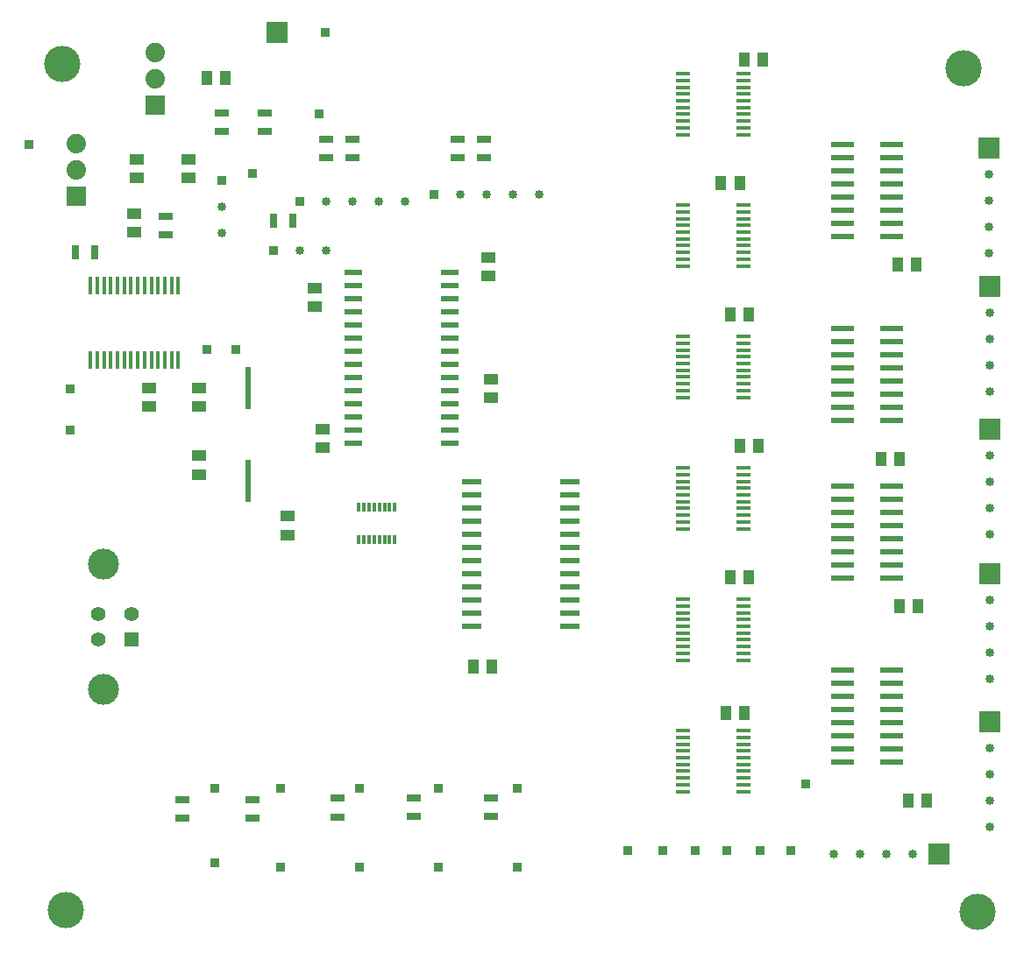
<source format=gbr>
%TF.GenerationSoftware,KiCad,Pcbnew,(6.0.2)*%
%TF.CreationDate,2023-01-31T11:03:36+01:00*%
%TF.ProjectId,schematic,73636865-6d61-4746-9963-2e6b69636164,rev?*%
%TF.SameCoordinates,Original*%
%TF.FileFunction,Soldermask,Top*%
%TF.FilePolarity,Negative*%
%FSLAX46Y46*%
G04 Gerber Fmt 4.6, Leading zero omitted, Abs format (unit mm)*
G04 Created by KiCad (PCBNEW (6.0.2)) date 2023-01-31 11:03:36*
%MOMM*%
%LPD*%
G01*
G04 APERTURE LIST*
%ADD10R,0.850000X0.850000*%
%ADD11R,1.112000X1.447800*%
%ADD12R,2.184400X0.558800*%
%ADD13R,1.320800X0.355600*%
%ADD14O,0.850000X0.850000*%
%ADD15R,0.304800X0.972299*%
%ADD16R,1.397000X0.758800*%
%ADD17R,1.447800X1.112000*%
%ADD18R,2.000000X2.000000*%
%ADD19R,0.450000X1.750000*%
%ADD20R,0.758800X1.397000*%
%ADD21R,1.879600X1.879600*%
%ADD22C,1.879600*%
%ADD23C,3.500000*%
%ADD24R,1.899999X0.599999*%
%ADD25R,1.400000X1.400000*%
%ADD26C,1.400000*%
%ADD27C,3.000000*%
%ADD28R,1.759699X0.558000*%
%ADD29R,0.609600X4.111599*%
G04 APERTURE END LIST*
D10*
%TO.C,SW_1*%
X74340000Y-120220000D03*
%TD*%
D11*
%TO.C,C22*%
X136698900Y-113800000D03*
X134901100Y-113800000D03*
%TD*%
%TO.C,C17*%
X117741100Y-92220000D03*
X119538900Y-92220000D03*
%TD*%
D12*
%TO.C,U14*%
X128574500Y-50435100D03*
X128574500Y-51705100D03*
X128574500Y-52975100D03*
X128574500Y-54245100D03*
X128574500Y-55515100D03*
X128574500Y-56785100D03*
X128574500Y-58055100D03*
X128574500Y-59325100D03*
X133298900Y-59325100D03*
X133298900Y-58055100D03*
X133298900Y-56785100D03*
X133298900Y-55515100D03*
X133298900Y-54245100D03*
X133298900Y-52975100D03*
X133298900Y-51705100D03*
X133298900Y-50435100D03*
%TD*%
D11*
%TO.C,C18*%
X117341100Y-105380000D03*
X119138900Y-105380000D03*
%TD*%
%TO.C,C21*%
X135898900Y-95000000D03*
X134101100Y-95000000D03*
%TD*%
D10*
%TO.C,TP1*%
X50000000Y-50400000D03*
%TD*%
%TO.C,TP1.1*%
X74340000Y-112600000D03*
%TD*%
D13*
%TO.C,U9*%
X113204400Y-56275000D03*
X113204400Y-56925001D03*
X113204400Y-57574999D03*
X113204400Y-58225001D03*
X113204400Y-58874999D03*
X113204400Y-59524998D03*
X113204400Y-60174999D03*
X113204400Y-60824998D03*
X113204400Y-61474999D03*
X113204400Y-62124998D03*
X118995600Y-62125000D03*
X118995600Y-61475002D03*
X118995600Y-60825001D03*
X118995600Y-60175002D03*
X118995600Y-59525001D03*
X118995600Y-58875002D03*
X118995600Y-58225001D03*
X118995600Y-57575002D03*
X118995600Y-56925001D03*
X118995600Y-56275002D03*
%TD*%
D10*
%TO.C,J1*%
X76200000Y-55880000D03*
D14*
X78740000Y-55880000D03*
X81280000Y-55880000D03*
X83820000Y-55880000D03*
X86360000Y-55880000D03*
%TD*%
D15*
%TO.C,U7*%
X81849559Y-88540251D03*
X82349685Y-88540251D03*
X82849811Y-88540251D03*
X83349937Y-88540251D03*
X83850063Y-88540251D03*
X84350189Y-88540251D03*
X84850315Y-88540251D03*
X85350441Y-88540251D03*
X85350441Y-85459749D03*
X84850315Y-85459749D03*
X84350189Y-85459749D03*
X83850063Y-85459749D03*
X83349937Y-85459749D03*
X82849811Y-85459749D03*
X82349685Y-85459749D03*
X81849559Y-85459749D03*
%TD*%
D16*
%TO.C,R1*%
X78740000Y-49899900D03*
X78740000Y-51700100D03*
%TD*%
D13*
%TO.C,U11*%
X113204400Y-81675000D03*
X113204400Y-82325001D03*
X113204400Y-82974999D03*
X113204400Y-83625001D03*
X113204400Y-84274999D03*
X113204400Y-84924998D03*
X113204400Y-85574999D03*
X113204400Y-86224998D03*
X113204400Y-86874999D03*
X113204400Y-87524998D03*
X118995600Y-87525000D03*
X118995600Y-86875002D03*
X118995600Y-86225001D03*
X118995600Y-85575002D03*
X118995600Y-84925001D03*
X118995600Y-84275002D03*
X118995600Y-83625001D03*
X118995600Y-82975002D03*
X118995600Y-82325001D03*
X118995600Y-81675002D03*
%TD*%
D17*
%TO.C,C3*%
X66400000Y-75698900D03*
X66400000Y-73901100D03*
%TD*%
D18*
%TO.C,J11*%
X137880000Y-119000000D03*
D14*
X135340000Y-119000000D03*
X132800000Y-119000000D03*
X130260000Y-119000000D03*
X127720000Y-119000000D03*
%TD*%
D10*
%TO.C,TP6*%
X107800000Y-118600000D03*
%TD*%
%TO.C,TP2*%
X71600000Y-53200000D03*
%TD*%
D19*
%TO.C,U5*%
X64425000Y-64000000D03*
X63775000Y-64000000D03*
X63125000Y-64000000D03*
X62475000Y-64000000D03*
X61825000Y-64000000D03*
X61175000Y-64000000D03*
X60525000Y-64000000D03*
X59875000Y-64000000D03*
X59225000Y-64000000D03*
X58575000Y-64000000D03*
X57925000Y-64000000D03*
X57275000Y-64000000D03*
X56625000Y-64000000D03*
X55975000Y-64000000D03*
X55975000Y-71200000D03*
X56625000Y-71200000D03*
X57275000Y-71200000D03*
X57925000Y-71200000D03*
X58575000Y-71200000D03*
X59225000Y-71200000D03*
X59875000Y-71200000D03*
X60525000Y-71200000D03*
X61175000Y-71200000D03*
X61825000Y-71200000D03*
X62475000Y-71200000D03*
X63125000Y-71200000D03*
X63775000Y-71200000D03*
X64425000Y-71200000D03*
%TD*%
D10*
%TO.C,J5*%
X73660000Y-60600000D03*
D14*
X76200000Y-60600000D03*
X78740000Y-60600000D03*
%TD*%
D20*
%TO.C,R7*%
X73674400Y-57800000D03*
X75474600Y-57800000D03*
%TD*%
D18*
%TO.C,J9*%
X142800000Y-77902500D03*
D14*
X142800000Y-80442500D03*
X142800000Y-82982500D03*
X142800000Y-85522500D03*
X142800000Y-88062500D03*
%TD*%
D16*
%TO.C,R9*%
X91440000Y-51700100D03*
X91440000Y-49899900D03*
%TD*%
D17*
%TO.C,C7*%
X65400000Y-51802200D03*
X65400000Y-53600000D03*
%TD*%
D16*
%TO.C,R8*%
X93980000Y-51700100D03*
X93980000Y-49899900D03*
%TD*%
D11*
%TO.C,C10*%
X92952200Y-100850000D03*
X94750000Y-100850000D03*
%TD*%
D21*
%TO.C,U2*%
X62200000Y-46600000D03*
D22*
X62200000Y-44060000D03*
X62200000Y-41520000D03*
%TD*%
D17*
%TO.C,C12*%
X94600000Y-74898900D03*
X94600000Y-73101100D03*
%TD*%
%TO.C,C13*%
X75000000Y-88122200D03*
X75000000Y-86324400D03*
%TD*%
D12*
%TO.C,U16*%
X128574500Y-83455100D03*
X128574500Y-84725100D03*
X128574500Y-85995100D03*
X128574500Y-87265100D03*
X128574500Y-88535100D03*
X128574500Y-89805100D03*
X128574500Y-91075100D03*
X128574500Y-92345100D03*
X133298900Y-92345100D03*
X133298900Y-91075100D03*
X133298900Y-89805100D03*
X133298900Y-88535100D03*
X133298900Y-87265100D03*
X133298900Y-85995100D03*
X133298900Y-84725100D03*
X133298900Y-83455100D03*
%TD*%
D10*
%TO.C,TP3*%
X78000000Y-47400000D03*
%TD*%
%TO.C,TP9*%
X117400000Y-118600000D03*
%TD*%
D11*
%TO.C,C14*%
X120898900Y-42200000D03*
X119101100Y-42200000D03*
%TD*%
D10*
%TO.C,J15*%
X54000000Y-78000000D03*
%TD*%
D16*
%TO.C,R11*%
X79800000Y-115400200D03*
X79800000Y-113600000D03*
%TD*%
D10*
%TO.C,TP4.1*%
X97200000Y-112600000D03*
%TD*%
%TO.C,J3*%
X68600000Y-53860000D03*
D14*
X68600000Y-56400000D03*
X68600000Y-58940000D03*
%TD*%
D10*
%TO.C,SW_2*%
X81960000Y-120220000D03*
%TD*%
D13*
%TO.C,U10*%
X113204400Y-68975000D03*
X113204400Y-69625001D03*
X113204400Y-70274999D03*
X113204400Y-70925001D03*
X113204400Y-71574999D03*
X113204400Y-72224998D03*
X113204400Y-72874999D03*
X113204400Y-73524998D03*
X113204400Y-74174999D03*
X113204400Y-74824998D03*
X118995600Y-74825000D03*
X118995600Y-74175002D03*
X118995600Y-73525001D03*
X118995600Y-72875002D03*
X118995600Y-72225001D03*
X118995600Y-71575002D03*
X118995600Y-70925001D03*
X118995600Y-70275002D03*
X118995600Y-69625001D03*
X118995600Y-68975002D03*
%TD*%
D10*
%TO.C,SW_3*%
X89580000Y-120220000D03*
%TD*%
D23*
%TO.C,H1*%
X53200000Y-42600000D03*
%TD*%
D10*
%TO.C,TP11*%
X123600000Y-118600000D03*
%TD*%
D17*
%TO.C,C4*%
X66400000Y-80477800D03*
X66400000Y-82275600D03*
%TD*%
D24*
%TO.C,U6*%
X102250001Y-96985000D03*
X102250001Y-95715000D03*
X102250001Y-94445000D03*
X102250001Y-93175000D03*
X102250001Y-91905000D03*
X102250001Y-90635000D03*
X102250001Y-89365000D03*
X102250001Y-88095000D03*
X102250001Y-86825000D03*
X102250001Y-85555000D03*
X102250001Y-84285000D03*
X102250001Y-83015000D03*
X92750002Y-83015000D03*
X92750002Y-84285000D03*
X92750002Y-85555000D03*
X92750002Y-86825000D03*
X92750002Y-88095000D03*
X92750002Y-89365000D03*
X92750002Y-90635000D03*
X92750002Y-91905000D03*
X92750002Y-93175000D03*
X92750002Y-94445000D03*
X92750002Y-95715000D03*
X92750002Y-96985000D03*
%TD*%
D10*
%TO.C,J14*%
X54000000Y-74000000D03*
%TD*%
D18*
%TO.C,J7*%
X142740000Y-50702500D03*
D14*
X142740000Y-53242500D03*
X142740000Y-55782500D03*
X142740000Y-58322500D03*
X142740000Y-60862500D03*
%TD*%
D10*
%TO.C,SW_5*%
X68000000Y-119800000D03*
%TD*%
D17*
%TO.C,C1*%
X60400000Y-51800000D03*
X60400000Y-53597800D03*
%TD*%
D11*
%TO.C,C20*%
X134098900Y-80800000D03*
X132301100Y-80800000D03*
%TD*%
D21*
%TO.C,U1*%
X54600000Y-55400000D03*
D22*
X54600000Y-52860000D03*
X54600000Y-50320000D03*
%TD*%
D20*
%TO.C,R4*%
X56325600Y-60800000D03*
X54525400Y-60800000D03*
%TD*%
D10*
%TO.C,TP2.1*%
X81960000Y-112600000D03*
%TD*%
%TO.C,TP5.1*%
X68000000Y-112600000D03*
%TD*%
D13*
%TO.C,U13*%
X113204400Y-107075000D03*
X113204400Y-107725001D03*
X113204400Y-108374999D03*
X113204400Y-109025001D03*
X113204400Y-109674999D03*
X113204400Y-110324998D03*
X113204400Y-110974999D03*
X113204400Y-111624998D03*
X113204400Y-112274999D03*
X113204400Y-112924998D03*
X118995600Y-112925000D03*
X118995600Y-112275002D03*
X118995600Y-111625001D03*
X118995600Y-110975002D03*
X118995600Y-110325001D03*
X118995600Y-109675002D03*
X118995600Y-109025001D03*
X118995600Y-108375002D03*
X118995600Y-107725001D03*
X118995600Y-107075002D03*
%TD*%
D10*
%TO.C,SW_4*%
X97200000Y-120220000D03*
%TD*%
D23*
%TO.C,H2*%
X140300000Y-43000000D03*
%TD*%
D17*
%TO.C,C11*%
X94400000Y-61277800D03*
X94400000Y-63075600D03*
%TD*%
D16*
%TO.C,R5*%
X72759900Y-49160100D03*
X72759900Y-47359900D03*
%TD*%
D13*
%TO.C,U12*%
X113204400Y-94375000D03*
X113204400Y-95025001D03*
X113204400Y-95674999D03*
X113204400Y-96325001D03*
X113204400Y-96974999D03*
X113204400Y-97624998D03*
X113204400Y-98274999D03*
X113204400Y-98924998D03*
X113204400Y-99574999D03*
X113204400Y-100224998D03*
X118995600Y-100225000D03*
X118995600Y-99575002D03*
X118995600Y-98925001D03*
X118995600Y-98275002D03*
X118995600Y-97625001D03*
X118995600Y-96975002D03*
X118995600Y-96325001D03*
X118995600Y-95675002D03*
X118995600Y-95025001D03*
X118995600Y-94375002D03*
%TD*%
D11*
%TO.C,C16*%
X117741100Y-66820000D03*
X119538900Y-66820000D03*
%TD*%
D17*
%TO.C,C2*%
X60200000Y-58898900D03*
X60200000Y-57101100D03*
%TD*%
D18*
%TO.C,J2*%
X74000000Y-39600000D03*
%TD*%
D11*
%TO.C,C15*%
X116842200Y-54120000D03*
X118640000Y-54120000D03*
%TD*%
D23*
%TO.C,H4*%
X53600000Y-124400000D03*
%TD*%
D16*
%TO.C,R6*%
X68600000Y-47359900D03*
X68600000Y-49160100D03*
%TD*%
D25*
%TO.C,UART*%
X59882500Y-98250000D03*
D26*
X59882500Y-95750000D03*
X56682500Y-95750000D03*
X56682500Y-98250000D03*
D27*
X57172500Y-103020000D03*
X57172500Y-90980000D03*
%TD*%
D10*
%TO.C,J13*%
X78600000Y-39600000D03*
%TD*%
D16*
%TO.C,R2*%
X81280000Y-49899900D03*
X81280000Y-51700100D03*
%TD*%
D28*
%TO.C,U3*%
X81373649Y-62745000D03*
X81373649Y-64015000D03*
X81373649Y-65285000D03*
X81373649Y-66555000D03*
X81373649Y-67825000D03*
X81373649Y-69095000D03*
X81373649Y-70365000D03*
X81373649Y-71635000D03*
X81373649Y-72905000D03*
X81373649Y-74175000D03*
X81373649Y-75445000D03*
X81373649Y-76715000D03*
X81373649Y-77985000D03*
X81373649Y-79255000D03*
X90626351Y-79255000D03*
X90626351Y-77985000D03*
X90626351Y-76715000D03*
X90626351Y-75445000D03*
X90626351Y-74175000D03*
X90626351Y-72905000D03*
X90626351Y-71635000D03*
X90626351Y-70365000D03*
X90626351Y-69095000D03*
X90626351Y-67825000D03*
X90626351Y-66555000D03*
X90626351Y-65285000D03*
X90626351Y-64015000D03*
X90626351Y-62745000D03*
%TD*%
D10*
%TO.C,TP10*%
X120600000Y-118600000D03*
%TD*%
D18*
%TO.C,J12*%
X142800000Y-91902500D03*
D14*
X142800000Y-94442500D03*
X142800000Y-96982500D03*
X142800000Y-99522500D03*
X142800000Y-102062500D03*
%TD*%
D11*
%TO.C,C19*%
X135698900Y-62000000D03*
X133901100Y-62000000D03*
%TD*%
D10*
%TO.C,TP5*%
X67200000Y-70200000D03*
%TD*%
D23*
%TO.C,H3*%
X141600000Y-124600000D03*
%TD*%
D16*
%TO.C,R12*%
X87200000Y-115325600D03*
X87200000Y-113525400D03*
%TD*%
D13*
%TO.C,U8*%
X113204400Y-43575000D03*
X113204400Y-44225001D03*
X113204400Y-44874999D03*
X113204400Y-45525001D03*
X113204400Y-46174999D03*
X113204400Y-46824998D03*
X113204400Y-47474999D03*
X113204400Y-48124998D03*
X113204400Y-48774999D03*
X113204400Y-49424998D03*
X118995600Y-49425000D03*
X118995600Y-48775002D03*
X118995600Y-48125001D03*
X118995600Y-47475002D03*
X118995600Y-46825001D03*
X118995600Y-46175002D03*
X118995600Y-45525001D03*
X118995600Y-44875002D03*
X118995600Y-44225001D03*
X118995600Y-43575002D03*
%TD*%
D16*
%TO.C,R10*%
X71600000Y-115525600D03*
X71600000Y-113725400D03*
%TD*%
D10*
%TO.C,TP7*%
X111200000Y-118600000D03*
%TD*%
D18*
%TO.C,J8*%
X142800000Y-64102500D03*
D14*
X142800000Y-66642500D03*
X142800000Y-69182500D03*
X142800000Y-71722500D03*
X142800000Y-74262500D03*
%TD*%
D17*
%TO.C,C9*%
X61600000Y-75698900D03*
X61600000Y-73901100D03*
%TD*%
D16*
%TO.C,R14*%
X64800000Y-115500100D03*
X64800000Y-113699900D03*
%TD*%
D18*
%TO.C,J10*%
X142800000Y-106190000D03*
D14*
X142800000Y-108730000D03*
X142800000Y-111270000D03*
X142800000Y-113810000D03*
X142800000Y-116350000D03*
%TD*%
D29*
%TO.C,U4*%
X71200000Y-73905800D03*
X71200000Y-82894200D03*
%TD*%
D16*
%TO.C,R3*%
X63200000Y-59125600D03*
X63200000Y-57325400D03*
%TD*%
D10*
%TO.C,TP4*%
X70000000Y-70200000D03*
%TD*%
D17*
%TO.C,C5*%
X78400000Y-77901100D03*
X78400000Y-79698900D03*
%TD*%
D10*
%TO.C,J16*%
X125000000Y-112200000D03*
%TD*%
D11*
%TO.C,0.1uF1*%
X118640000Y-79520000D03*
X120437800Y-79520000D03*
%TD*%
D10*
%TO.C,TP3.1*%
X89580000Y-112600000D03*
%TD*%
%TO.C,TP8*%
X114400000Y-118600000D03*
%TD*%
D17*
%TO.C,C6*%
X77600000Y-66098900D03*
X77600000Y-64301100D03*
%TD*%
D16*
%TO.C,R13*%
X94600000Y-115325600D03*
X94600000Y-113525400D03*
%TD*%
D10*
%TO.C,J4*%
X89120000Y-55200000D03*
D14*
X91660000Y-55200000D03*
X94200000Y-55200000D03*
X96740000Y-55200000D03*
X99280000Y-55200000D03*
%TD*%
D12*
%TO.C,U15*%
X128574500Y-68215100D03*
X128574500Y-69485100D03*
X128574500Y-70755100D03*
X128574500Y-72025100D03*
X128574500Y-73295100D03*
X128574500Y-74565100D03*
X128574500Y-75835100D03*
X128574500Y-77105100D03*
X133298900Y-77105100D03*
X133298900Y-75835100D03*
X133298900Y-74565100D03*
X133298900Y-73295100D03*
X133298900Y-72025100D03*
X133298900Y-70755100D03*
X133298900Y-69485100D03*
X133298900Y-68215100D03*
%TD*%
%TO.C,U17*%
X128574500Y-101235100D03*
X128574500Y-102505100D03*
X128574500Y-103775100D03*
X128574500Y-105045100D03*
X128574500Y-106315100D03*
X128574500Y-107585100D03*
X128574500Y-108855100D03*
X128574500Y-110125100D03*
X133298900Y-110125100D03*
X133298900Y-108855100D03*
X133298900Y-107585100D03*
X133298900Y-106315100D03*
X133298900Y-105045100D03*
X133298900Y-103775100D03*
X133298900Y-102505100D03*
X133298900Y-101235100D03*
%TD*%
D11*
%TO.C,C8*%
X69000000Y-44000000D03*
X67202200Y-44000000D03*
%TD*%
M02*

</source>
